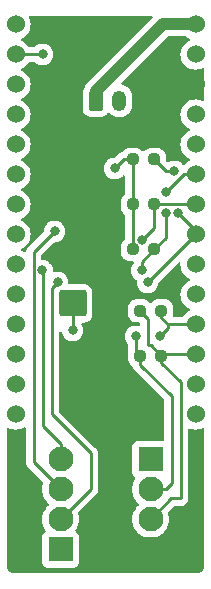
<source format=gtl>
%TF.GenerationSoftware,KiCad,Pcbnew,(6.0.7)*%
%TF.CreationDate,2022-08-02T21:03:16-07:00*%
%TF.ProjectId,Bike Flamingo for Itsy Bitsy 5V 16MHz_ USB Power Rev 1,42696b65-2046-46c6-916d-696e676f2066,rev?*%
%TF.SameCoordinates,Original*%
%TF.FileFunction,Copper,L1,Top*%
%TF.FilePolarity,Positive*%
%FSLAX46Y46*%
G04 Gerber Fmt 4.6, Leading zero omitted, Abs format (unit mm)*
G04 Created by KiCad (PCBNEW (6.0.7)) date 2022-08-02 21:03:16*
%MOMM*%
%LPD*%
G01*
G04 APERTURE LIST*
G04 Aperture macros list*
%AMRoundRect*
0 Rectangle with rounded corners*
0 $1 Rounding radius*
0 $2 $3 $4 $5 $6 $7 $8 $9 X,Y pos of 4 corners*
0 Add a 4 corners polygon primitive as box body*
4,1,4,$2,$3,$4,$5,$6,$7,$8,$9,$2,$3,0*
0 Add four circle primitives for the rounded corners*
1,1,$1+$1,$2,$3*
1,1,$1+$1,$4,$5*
1,1,$1+$1,$6,$7*
1,1,$1+$1,$8,$9*
0 Add four rect primitives between the rounded corners*
20,1,$1+$1,$2,$3,$4,$5,0*
20,1,$1+$1,$4,$5,$6,$7,0*
20,1,$1+$1,$6,$7,$8,$9,0*
20,1,$1+$1,$8,$9,$2,$3,0*%
G04 Aperture macros list end*
%TA.AperFunction,ComponentPad*%
%ADD10C,1.524000*%
%TD*%
%TA.AperFunction,ComponentPad*%
%ADD11R,2.100000X2.100000*%
%TD*%
%TA.AperFunction,ComponentPad*%
%ADD12C,2.100000*%
%TD*%
%TA.AperFunction,SMDPad,CuDef*%
%ADD13RoundRect,0.250000X0.925000X-0.875000X0.925000X0.875000X-0.925000X0.875000X-0.925000X-0.875000X0*%
%TD*%
%TA.AperFunction,SMDPad,CuDef*%
%ADD14RoundRect,0.237500X-0.250000X-0.237500X0.250000X-0.237500X0.250000X0.237500X-0.250000X0.237500X0*%
%TD*%
%TA.AperFunction,SMDPad,CuDef*%
%ADD15RoundRect,0.237500X0.250000X0.237500X-0.250000X0.237500X-0.250000X-0.237500X0.250000X-0.237500X0*%
%TD*%
%TA.AperFunction,ComponentPad*%
%ADD16RoundRect,0.250000X-0.350000X-0.625000X0.350000X-0.625000X0.350000X0.625000X-0.350000X0.625000X0*%
%TD*%
%TA.AperFunction,ComponentPad*%
%ADD17O,1.200000X1.750000*%
%TD*%
%TA.AperFunction,ViaPad*%
%ADD18C,0.800000*%
%TD*%
%TA.AperFunction,Conductor*%
%ADD19C,0.250000*%
%TD*%
%TA.AperFunction,Conductor*%
%ADD20C,1.000000*%
%TD*%
G04 APERTURE END LIST*
D10*
%TO.P,U1,33,VBAT*%
%TO.N,Net-(J1-Pad1)*%
X133350000Y-85090000D03*
%TO.P,U1,32,GND*%
%TO.N,GND*%
X133350000Y-87630000D03*
%TO.P,U1,31,USB*%
%TO.N,VBUS*%
X133350000Y-90170000D03*
%TO.P,U1,30,D13*%
%TO.N,unconnected-(U1-Pad30)*%
X133350000Y-92710000D03*
%TO.P,U1,29,D12*%
%TO.N,unconnected-(U1-Pad29)*%
X133350000Y-95250000D03*
%TO.P,U1,28,D11*%
%TO.N,/BUTT_C*%
X133350000Y-97790000D03*
%TO.P,U1,27,D10*%
%TO.N,/BUTT_B*%
X133350000Y-100330000D03*
%TO.P,U1,26,D9*%
%TO.N,/BUTT_A*%
X133350000Y-102870000D03*
%TO.P,U1,25,D7*%
%TO.N,unconnected-(U1-Pad25)*%
X133350000Y-105410000D03*
%TO.P,U1,24,D5*%
%TO.N,unconnected-(U1-Pad24)*%
X133350000Y-107950000D03*
%TO.P,U1,23,3-SCL*%
%TO.N,/SCL*%
X133350000Y-110490000D03*
%TO.P,U1,22,2-SDA*%
%TO.N,/SDA*%
X133350000Y-113030000D03*
%TO.P,U1,21,D1*%
%TO.N,unconnected-(U1-Pad21)*%
X133350000Y-115570000D03*
%TO.P,U1,20,D0*%
%TO.N,unconnected-(U1-Pad20)*%
X133350000Y-118110000D03*
%TO.P,U1,14,3V*%
%TO.N,unconnected-(U1-Pad14)*%
X118110000Y-118110000D03*
%TO.P,U1,13,MISO*%
%TO.N,unconnected-(U1-Pad13)*%
X118110000Y-115570000D03*
%TO.P,U1,12,MOSI*%
%TO.N,unconnected-(U1-Pad12)*%
X118110000Y-113030000D03*
%TO.P,U1,11,SCK*%
%TO.N,unconnected-(U1-Pad11)*%
X118110000Y-110490000D03*
%TO.P,U1,10,A5*%
%TO.N,unconnected-(U1-Pad10)*%
X118110000Y-107950000D03*
%TO.P,U1,9,A4*%
%TO.N,unconnected-(U1-Pad9)*%
X118110000Y-105410000D03*
%TO.P,U1,8,A3*%
%TO.N,unconnected-(U1-Pad8)*%
X118110000Y-102870000D03*
%TO.P,U1,7,A2*%
%TO.N,unconnected-(U1-Pad7)*%
X118110000Y-100330000D03*
%TO.P,U1,6,A1*%
%TO.N,unconnected-(U1-Pad6)*%
X118110000Y-97790000D03*
%TO.P,U1,5,A0*%
%TO.N,unconnected-(U1-Pad5)*%
X118110000Y-95250000D03*
%TO.P,U1,4,GND*%
%TO.N,GND*%
X118110000Y-92710000D03*
%TO.P,U1,3,ARF*%
%TO.N,unconnected-(U1-Pad3)*%
X118110000Y-90170000D03*
%TO.P,U1,2,5V*%
%TO.N,+5V*%
X118110000Y-87630000D03*
%TO.P,U1,1,RST*%
%TO.N,unconnected-(U1-Pad1)*%
X118110000Y-85090000D03*
%TD*%
D11*
%TO.P,J3,1,Pin_1*%
%TO.N,GND*%
X129540000Y-121915000D03*
D12*
%TO.P,J3,2,Pin_2*%
%TO.N,/SCL*%
X129540000Y-124455000D03*
%TO.P,J3,3,Pin_3*%
%TO.N,/SDA*%
X129540000Y-126995000D03*
%TO.P,J3,4,Pin_4*%
%TO.N,VBUS*%
X129540000Y-129535000D03*
%TD*%
D13*
%TO.P,C1,1*%
%TO.N,VBUS*%
X122936000Y-113792000D03*
%TO.P,C1,2*%
%TO.N,GND*%
X122936000Y-108692000D03*
%TD*%
D14*
%TO.P,R2,1*%
%TO.N,+5V*%
X128025500Y-100330000D03*
%TO.P,R2,2*%
%TO.N,/BUTT_B*%
X129850500Y-100330000D03*
%TD*%
D11*
%TO.P,J2,1,Pin_1*%
%TO.N,GND*%
X121920000Y-129540000D03*
D12*
%TO.P,J2,2,Pin_2*%
%TO.N,/BUTT_A*%
X121920000Y-127000000D03*
%TO.P,J2,3,Pin_3*%
%TO.N,/BUTT_B*%
X121920000Y-124460000D03*
%TO.P,J2,4,Pin_4*%
%TO.N,/BUTT_C*%
X121920000Y-121920000D03*
%TD*%
D14*
%TO.P,R3,1*%
%TO.N,+5V*%
X128025500Y-104140000D03*
%TO.P,R3,2*%
%TO.N,/BUTT_C*%
X129850500Y-104140000D03*
%TD*%
%TO.P,R1,1*%
%TO.N,+5V*%
X128025500Y-96520000D03*
%TO.P,R1,2*%
%TO.N,/BUTT_A*%
X129850500Y-96520000D03*
%TD*%
D15*
%TO.P,R4,1*%
%TO.N,/SDA*%
X130452500Y-113136000D03*
%TO.P,R4,2*%
%TO.N,/SCL*%
X128627500Y-113136000D03*
%TD*%
%TO.P,R5,1*%
%TO.N,/SCL*%
X130452500Y-109326000D03*
%TO.P,R5,2*%
%TO.N,/SDA*%
X128627500Y-109326000D03*
%TD*%
D16*
%TO.P,J1,1,Pin_1*%
%TO.N,Net-(J1-Pad1)*%
X124906000Y-91546000D03*
D17*
%TO.P,J1,2,Pin_2*%
%TO.N,GND*%
X126906000Y-91546000D03*
%TD*%
D18*
%TO.N,/BUTT_A*%
X131567701Y-97531701D03*
X131826000Y-101092000D03*
X129286000Y-106934000D03*
X121666000Y-106934000D03*
%TO.N,GND*%
X122936000Y-110998000D03*
%TO.N,+5V*%
X120396000Y-87630000D03*
X126492000Y-97282000D03*
%TO.N,/BUTT_B*%
X121412000Y-102616000D03*
X128854538Y-103298111D03*
%TO.N,/BUTT_C*%
X120358500Y-105918000D03*
X128778000Y-105918000D03*
X130810000Y-99314000D03*
X130810000Y-101092000D03*
%TO.N,/SCL*%
X128270000Y-111506000D03*
X130302000Y-111506000D03*
%TD*%
D19*
%TO.N,/BUTT_A*%
X133350000Y-102616000D02*
X131826000Y-101092000D01*
X133350000Y-102870000D02*
X133350000Y-102616000D01*
X129286000Y-106934000D02*
X133350000Y-102870000D01*
%TO.N,/SDA*%
X133350000Y-113030000D02*
X130558500Y-113030000D01*
X130558500Y-113030000D02*
X130452500Y-113136000D01*
X129584500Y-112268000D02*
X130452500Y-113136000D01*
X129286000Y-112268000D02*
X129584500Y-112268000D01*
X129286000Y-109984500D02*
X129286000Y-112268000D01*
X128627500Y-109326000D02*
X129286000Y-109984500D01*
%TO.N,/SCL*%
X128270000Y-112778500D02*
X128627500Y-113136000D01*
X128270000Y-111506000D02*
X128270000Y-112778500D01*
%TO.N,/SDA*%
X132080000Y-125222000D02*
X131313000Y-125222000D01*
X132080000Y-115365500D02*
X132080000Y-125222000D01*
X131313000Y-125222000D02*
X129540000Y-126995000D01*
X130452500Y-113738000D02*
X132080000Y-115365500D01*
X130452500Y-113136000D02*
X130452500Y-113738000D01*
%TO.N,/SCL*%
X128627500Y-113136000D02*
X128514500Y-113136000D01*
X128627500Y-113895500D02*
X128627500Y-113136000D01*
X131318000Y-116586000D02*
X128627500Y-113895500D01*
X128514500Y-113136000D02*
X128270000Y-112891500D01*
X131318000Y-123952000D02*
X131318000Y-116586000D01*
X130815000Y-124455000D02*
X131318000Y-123952000D01*
X129540000Y-124455000D02*
X130815000Y-124455000D01*
X130452500Y-109928000D02*
X130452500Y-109326000D01*
X131014500Y-110490000D02*
X130452500Y-109928000D01*
%TO.N,/BUTT_A*%
X121158000Y-107442000D02*
X121666000Y-106934000D01*
%TO.N,/BUTT_C*%
X128778000Y-105918000D02*
X128778000Y-105212500D01*
X128778000Y-105212500D02*
X129850500Y-104140000D01*
%TO.N,/BUTT_B*%
X128854538Y-103298111D02*
X129850500Y-102302149D01*
X129850500Y-102302149D02*
X129850500Y-100330000D01*
%TO.N,/BUTT_C*%
X130810000Y-101092000D02*
X130810000Y-103180500D01*
X130810000Y-103180500D02*
X129850500Y-104140000D01*
D20*
%TO.N,Net-(J1-Pad1)*%
X130556000Y-85090000D02*
X133350000Y-85090000D01*
X124906000Y-90740000D02*
X130556000Y-85090000D01*
X124906000Y-91546000D02*
X124906000Y-90740000D01*
D19*
%TO.N,+5V*%
X127254000Y-96520000D02*
X128025500Y-96520000D01*
X126492000Y-97282000D02*
X127254000Y-96520000D01*
%TO.N,/BUTT_A*%
X130862201Y-97531701D02*
X129850500Y-96520000D01*
X131567701Y-97531701D02*
X130862201Y-97531701D01*
%TO.N,/BUTT_C*%
X130810000Y-99314000D02*
X132334000Y-97790000D01*
X132334000Y-97790000D02*
X133350000Y-97790000D01*
%TO.N,/BUTT_A*%
X124460000Y-124460000D02*
X121920000Y-127000000D01*
X124460000Y-121412000D02*
X124460000Y-124460000D01*
X121158000Y-107442000D02*
X121158000Y-118110000D01*
X121158000Y-118110000D02*
X124460000Y-121412000D01*
%TO.N,GND*%
X122936000Y-108692000D02*
X122936000Y-110998000D01*
%TO.N,+5V*%
X120396000Y-87630000D02*
X118110000Y-87630000D01*
%TO.N,/BUTT_C*%
X120358500Y-105918000D02*
X120396000Y-105955500D01*
X120396000Y-105955500D02*
X120396000Y-119126000D01*
X120396000Y-119126000D02*
X121920000Y-120650000D01*
X121920000Y-120650000D02*
X121920000Y-121920000D01*
%TO.N,/BUTT_B*%
X119634000Y-122174000D02*
X121920000Y-124460000D01*
X121412000Y-102616000D02*
X119634000Y-104394000D01*
X119634000Y-104394000D02*
X119634000Y-122174000D01*
%TO.N,/SCL*%
X131014500Y-110793500D02*
X130302000Y-111506000D01*
X131014500Y-110490000D02*
X131014500Y-110793500D01*
X133350000Y-110490000D02*
X131014500Y-110490000D01*
%TO.N,+5V*%
X128025500Y-100330000D02*
X128025500Y-104140000D01*
X128025500Y-96520000D02*
X128025500Y-100330000D01*
%TO.N,/BUTT_B*%
X133350000Y-100330000D02*
X129850500Y-100330000D01*
%TD*%
%TA.AperFunction,Conductor*%
%TO.N,VBUS*%
G36*
X129655197Y-84348502D02*
G01*
X129701690Y-84402158D01*
X129711794Y-84472432D01*
X129682300Y-84537012D01*
X129676171Y-84543595D01*
X124236621Y-89983145D01*
X124226478Y-89992247D01*
X124196975Y-90015968D01*
X124164709Y-90054421D01*
X124161528Y-90058069D01*
X124159885Y-90059881D01*
X124157691Y-90062075D01*
X124130358Y-90095349D01*
X124129696Y-90096147D01*
X124069846Y-90167474D01*
X124067278Y-90172144D01*
X124063897Y-90176261D01*
X124032860Y-90234145D01*
X124020023Y-90258086D01*
X124019394Y-90259245D01*
X123977538Y-90335381D01*
X123977535Y-90335389D01*
X123974567Y-90340787D01*
X123972955Y-90345869D01*
X123970438Y-90350563D01*
X123968635Y-90356461D01*
X123968634Y-90356463D01*
X123943292Y-90439353D01*
X123942900Y-90440612D01*
X123928339Y-90486515D01*
X123915497Y-90514532D01*
X123863885Y-90598262D01*
X123808203Y-90766139D01*
X123797500Y-90870600D01*
X123797500Y-92221400D01*
X123808474Y-92327166D01*
X123810655Y-92333702D01*
X123810655Y-92333704D01*
X123841135Y-92425064D01*
X123864450Y-92494946D01*
X123957522Y-92645348D01*
X124082697Y-92770305D01*
X124088927Y-92774145D01*
X124088928Y-92774146D01*
X124226090Y-92858694D01*
X124233262Y-92863115D01*
X124258217Y-92871392D01*
X124394611Y-92916632D01*
X124394613Y-92916632D01*
X124401139Y-92918797D01*
X124407975Y-92919497D01*
X124407978Y-92919498D01*
X124446386Y-92923433D01*
X124505600Y-92929500D01*
X125306400Y-92929500D01*
X125309646Y-92929163D01*
X125309650Y-92929163D01*
X125405308Y-92919238D01*
X125405312Y-92919237D01*
X125412166Y-92918526D01*
X125418702Y-92916345D01*
X125418704Y-92916345D01*
X125553443Y-92871392D01*
X125579946Y-92862550D01*
X125730348Y-92769478D01*
X125855305Y-92644303D01*
X125887075Y-92592764D01*
X125939846Y-92545271D01*
X126009918Y-92533847D01*
X126075042Y-92562121D01*
X126093418Y-92581045D01*
X126099604Y-92588920D01*
X126104135Y-92592852D01*
X126104138Y-92592855D01*
X126190058Y-92667412D01*
X126259363Y-92727552D01*
X126264549Y-92730552D01*
X126264553Y-92730555D01*
X126360957Y-92786326D01*
X126442454Y-92833473D01*
X126642271Y-92902861D01*
X126648206Y-92903722D01*
X126648208Y-92903722D01*
X126845664Y-92932352D01*
X126845667Y-92932352D01*
X126851604Y-92933213D01*
X127062899Y-92923433D01*
X127194077Y-92891819D01*
X127262701Y-92875281D01*
X127262703Y-92875280D01*
X127268534Y-92873875D01*
X127273992Y-92871393D01*
X127273996Y-92871392D01*
X127389041Y-92819084D01*
X127461087Y-92786326D01*
X127633611Y-92663946D01*
X127779881Y-92511150D01*
X127894620Y-92333452D01*
X127918840Y-92273354D01*
X127971442Y-92142832D01*
X127971443Y-92142829D01*
X127973686Y-92137263D01*
X128014228Y-91929663D01*
X128014500Y-91924101D01*
X128014500Y-91218154D01*
X127999452Y-91060434D01*
X127939908Y-90857466D01*
X127916587Y-90812185D01*
X127845804Y-90674751D01*
X127845802Y-90674748D01*
X127843058Y-90669420D01*
X127712396Y-90503080D01*
X127707865Y-90499148D01*
X127707862Y-90499145D01*
X127557167Y-90368379D01*
X127552637Y-90364448D01*
X127547451Y-90361448D01*
X127547447Y-90361445D01*
X127374742Y-90261533D01*
X127369546Y-90258527D01*
X127169729Y-90189139D01*
X127163792Y-90188278D01*
X127157970Y-90186859D01*
X127158543Y-90184508D01*
X127103611Y-90159359D01*
X127065284Y-90099597D01*
X127065350Y-90028600D01*
X127097118Y-89975117D01*
X130936829Y-86135405D01*
X130999141Y-86101379D01*
X131025924Y-86098500D01*
X132535510Y-86098500D01*
X132607781Y-86121287D01*
X132712323Y-86194488D01*
X132717305Y-86196811D01*
X132717310Y-86196814D01*
X132822373Y-86245805D01*
X132875658Y-86292722D01*
X132895119Y-86360999D01*
X132874577Y-86428959D01*
X132822373Y-86474195D01*
X132717311Y-86523186D01*
X132717306Y-86523189D01*
X132712324Y-86525512D01*
X132707817Y-86528668D01*
X132707815Y-86528669D01*
X132534730Y-86649864D01*
X132534727Y-86649866D01*
X132530219Y-86653023D01*
X132373023Y-86810219D01*
X132369866Y-86814727D01*
X132369864Y-86814730D01*
X132274353Y-86951134D01*
X132245512Y-86992324D01*
X132243189Y-86997306D01*
X132243186Y-86997311D01*
X132195873Y-87098774D01*
X132151560Y-87193804D01*
X132094022Y-87408537D01*
X132074647Y-87630000D01*
X132094022Y-87851463D01*
X132151560Y-88066196D01*
X132153882Y-88071177D01*
X132153883Y-88071178D01*
X132243186Y-88262689D01*
X132243189Y-88262694D01*
X132245512Y-88267676D01*
X132248668Y-88272183D01*
X132248669Y-88272185D01*
X132277070Y-88312745D01*
X132373023Y-88449781D01*
X132530219Y-88606977D01*
X132534727Y-88610134D01*
X132534730Y-88610136D01*
X132588500Y-88647786D01*
X132712323Y-88734488D01*
X132717305Y-88736811D01*
X132717310Y-88736814D01*
X132908822Y-88826117D01*
X132913804Y-88828440D01*
X132919112Y-88829862D01*
X132919114Y-88829863D01*
X132984949Y-88847503D01*
X133128537Y-88885978D01*
X133350000Y-88905353D01*
X133571463Y-88885978D01*
X133715051Y-88847503D01*
X133780886Y-88829863D01*
X133780888Y-88829862D01*
X133786196Y-88828440D01*
X133932250Y-88760334D01*
X134002442Y-88749673D01*
X134067254Y-88778653D01*
X134106111Y-88838073D01*
X134111500Y-88874529D01*
X134111500Y-91465471D01*
X134091498Y-91533592D01*
X134037842Y-91580085D01*
X133967568Y-91590189D01*
X133932250Y-91579666D01*
X133791178Y-91513883D01*
X133791177Y-91513882D01*
X133786196Y-91511560D01*
X133780888Y-91510138D01*
X133780886Y-91510137D01*
X133715051Y-91492497D01*
X133571463Y-91454022D01*
X133350000Y-91434647D01*
X133128537Y-91454022D01*
X132984949Y-91492497D01*
X132919114Y-91510137D01*
X132919112Y-91510138D01*
X132913804Y-91511560D01*
X132908823Y-91513882D01*
X132908822Y-91513883D01*
X132717311Y-91603186D01*
X132717306Y-91603189D01*
X132712324Y-91605512D01*
X132707817Y-91608668D01*
X132707815Y-91608669D01*
X132534730Y-91729864D01*
X132534727Y-91729866D01*
X132530219Y-91733023D01*
X132373023Y-91890219D01*
X132369866Y-91894727D01*
X132369864Y-91894730D01*
X132248669Y-92067815D01*
X132245512Y-92072324D01*
X132243189Y-92077306D01*
X132243186Y-92077311D01*
X132215230Y-92137263D01*
X132151560Y-92273804D01*
X132094022Y-92488537D01*
X132074647Y-92710000D01*
X132094022Y-92931463D01*
X132151560Y-93146196D01*
X132153882Y-93151177D01*
X132153883Y-93151178D01*
X132243186Y-93342689D01*
X132243189Y-93342694D01*
X132245512Y-93347676D01*
X132373023Y-93529781D01*
X132530219Y-93686977D01*
X132534727Y-93690134D01*
X132534730Y-93690136D01*
X132588500Y-93727786D01*
X132712323Y-93814488D01*
X132717305Y-93816811D01*
X132717310Y-93816814D01*
X132822373Y-93865805D01*
X132875658Y-93912722D01*
X132895119Y-93980999D01*
X132874577Y-94048959D01*
X132822373Y-94094195D01*
X132717311Y-94143186D01*
X132717306Y-94143189D01*
X132712324Y-94145512D01*
X132707817Y-94148668D01*
X132707815Y-94148669D01*
X132534730Y-94269864D01*
X132534727Y-94269866D01*
X132530219Y-94273023D01*
X132373023Y-94430219D01*
X132245512Y-94612324D01*
X132243189Y-94617306D01*
X132243186Y-94617311D01*
X132153883Y-94808822D01*
X132151560Y-94813804D01*
X132094022Y-95028537D01*
X132074647Y-95250000D01*
X132094022Y-95471463D01*
X132151560Y-95686196D01*
X132153882Y-95691177D01*
X132153883Y-95691178D01*
X132243186Y-95882689D01*
X132243189Y-95882694D01*
X132245512Y-95887676D01*
X132248668Y-95892183D01*
X132248669Y-95892185D01*
X132366620Y-96060636D01*
X132373023Y-96069781D01*
X132530219Y-96226977D01*
X132534727Y-96230134D01*
X132534730Y-96230136D01*
X132543382Y-96236194D01*
X132712323Y-96354488D01*
X132717305Y-96356811D01*
X132717310Y-96356814D01*
X132822373Y-96405805D01*
X132875658Y-96452722D01*
X132895119Y-96520999D01*
X132874577Y-96588959D01*
X132822373Y-96634195D01*
X132717311Y-96683186D01*
X132717306Y-96683189D01*
X132712324Y-96685512D01*
X132707817Y-96688668D01*
X132707815Y-96688669D01*
X132534730Y-96809864D01*
X132534727Y-96809866D01*
X132530219Y-96813023D01*
X132420406Y-96922836D01*
X132358094Y-96956862D01*
X132287279Y-96951797D01*
X132237677Y-96918053D01*
X132178954Y-96852835D01*
X132024453Y-96740583D01*
X132018425Y-96737899D01*
X132018423Y-96737898D01*
X131856020Y-96665592D01*
X131856019Y-96665592D01*
X131849989Y-96662907D01*
X131756588Y-96643054D01*
X131669645Y-96624573D01*
X131669640Y-96624573D01*
X131663188Y-96623201D01*
X131472214Y-96623201D01*
X131465762Y-96624573D01*
X131465757Y-96624573D01*
X131378813Y-96643054D01*
X131285413Y-96662907D01*
X131279383Y-96665592D01*
X131279382Y-96665592D01*
X131116980Y-96737898D01*
X131110949Y-96740583D01*
X131105611Y-96744462D01*
X131103916Y-96745440D01*
X131034921Y-96762178D01*
X130967829Y-96738958D01*
X130951821Y-96725416D01*
X130883405Y-96657000D01*
X130849379Y-96594688D01*
X130846500Y-96567905D01*
X130846500Y-96232928D01*
X130835707Y-96128907D01*
X130780654Y-95963893D01*
X130689116Y-95815969D01*
X130674062Y-95800941D01*
X130571184Y-95698242D01*
X130571179Y-95698238D01*
X130566003Y-95693071D01*
X130554850Y-95686196D01*
X130424150Y-95605631D01*
X130424148Y-95605630D01*
X130417920Y-95601791D01*
X130252809Y-95547026D01*
X130245973Y-95546326D01*
X130245970Y-95546325D01*
X130194474Y-95541049D01*
X130150072Y-95536500D01*
X129550928Y-95536500D01*
X129547682Y-95536837D01*
X129547678Y-95536837D01*
X129453765Y-95546581D01*
X129453761Y-95546582D01*
X129446907Y-95547293D01*
X129440371Y-95549474D01*
X129440369Y-95549474D01*
X129307605Y-95593768D01*
X129281893Y-95602346D01*
X129133969Y-95693884D01*
X129128796Y-95699066D01*
X129027253Y-95800786D01*
X128964970Y-95834865D01*
X128894150Y-95829862D01*
X128849063Y-95800941D01*
X128746188Y-95698246D01*
X128746183Y-95698242D01*
X128741003Y-95693071D01*
X128729850Y-95686196D01*
X128599150Y-95605631D01*
X128599148Y-95605630D01*
X128592920Y-95601791D01*
X128427809Y-95547026D01*
X128420973Y-95546326D01*
X128420970Y-95546325D01*
X128369474Y-95541049D01*
X128325072Y-95536500D01*
X127725928Y-95536500D01*
X127722682Y-95536837D01*
X127722678Y-95536837D01*
X127628765Y-95546581D01*
X127628761Y-95546582D01*
X127621907Y-95547293D01*
X127615371Y-95549474D01*
X127615369Y-95549474D01*
X127482605Y-95593768D01*
X127456893Y-95602346D01*
X127308969Y-95693884D01*
X127303796Y-95699066D01*
X127191242Y-95811816D01*
X127191238Y-95811821D01*
X127186071Y-95816997D01*
X127182231Y-95823227D01*
X127182230Y-95823228D01*
X127167183Y-95847639D01*
X127114411Y-95895132D01*
X127097733Y-95901206D01*
X127095203Y-95901526D01*
X127087833Y-95904444D01*
X127087829Y-95904445D01*
X127054092Y-95917802D01*
X127042865Y-95921646D01*
X127000407Y-95933982D01*
X126993581Y-95938019D01*
X126982972Y-95944293D01*
X126965224Y-95952988D01*
X126946383Y-95960448D01*
X126939967Y-95965110D01*
X126939966Y-95965110D01*
X126910613Y-95986436D01*
X126900693Y-95992952D01*
X126869465Y-96011420D01*
X126869462Y-96011422D01*
X126862638Y-96015458D01*
X126848317Y-96029779D01*
X126833284Y-96042619D01*
X126816893Y-96054528D01*
X126811840Y-96060636D01*
X126788708Y-96088598D01*
X126780718Y-96097378D01*
X126541501Y-96336595D01*
X126479189Y-96370621D01*
X126452406Y-96373500D01*
X126396513Y-96373500D01*
X126390061Y-96374872D01*
X126390056Y-96374872D01*
X126303112Y-96393353D01*
X126209712Y-96413206D01*
X126203682Y-96415891D01*
X126203681Y-96415891D01*
X126041278Y-96488197D01*
X126041276Y-96488198D01*
X126035248Y-96490882D01*
X125880747Y-96603134D01*
X125876326Y-96608044D01*
X125876325Y-96608045D01*
X125758451Y-96738958D01*
X125752960Y-96745056D01*
X125657473Y-96910444D01*
X125598458Y-97092072D01*
X125578496Y-97282000D01*
X125598458Y-97471928D01*
X125657473Y-97653556D01*
X125752960Y-97818944D01*
X125757378Y-97823851D01*
X125757379Y-97823852D01*
X125860806Y-97938719D01*
X125880747Y-97960866D01*
X125945394Y-98007835D01*
X126021080Y-98062824D01*
X126035248Y-98073118D01*
X126041276Y-98075802D01*
X126041278Y-98075803D01*
X126196433Y-98144882D01*
X126209712Y-98150794D01*
X126299697Y-98169921D01*
X126390056Y-98189128D01*
X126390061Y-98189128D01*
X126396513Y-98190500D01*
X126587487Y-98190500D01*
X126593939Y-98189128D01*
X126593944Y-98189128D01*
X126684303Y-98169921D01*
X126774288Y-98150794D01*
X126787567Y-98144882D01*
X126942722Y-98075803D01*
X126942724Y-98075802D01*
X126948752Y-98073118D01*
X126962921Y-98062824D01*
X127038606Y-98007835D01*
X127103253Y-97960866D01*
X127172365Y-97884110D01*
X127232809Y-97846870D01*
X127303793Y-97848222D01*
X127362778Y-97887735D01*
X127391036Y-97952866D01*
X127392000Y-97968420D01*
X127392000Y-99382301D01*
X127371998Y-99450422D01*
X127332302Y-99489445D01*
X127308969Y-99503884D01*
X127303796Y-99509066D01*
X127191242Y-99621816D01*
X127191238Y-99621821D01*
X127186071Y-99626997D01*
X127182231Y-99633227D01*
X127182230Y-99633228D01*
X127142729Y-99697311D01*
X127094791Y-99775080D01*
X127040026Y-99940191D01*
X127029500Y-100042928D01*
X127029500Y-100617072D01*
X127040293Y-100721093D01*
X127042474Y-100727629D01*
X127042474Y-100727631D01*
X127057003Y-100771178D01*
X127095346Y-100886107D01*
X127186884Y-101034031D01*
X127309997Y-101156929D01*
X127316224Y-101160767D01*
X127316226Y-101160769D01*
X127332116Y-101170564D01*
X127379609Y-101223336D01*
X127392000Y-101277824D01*
X127392000Y-103192301D01*
X127371998Y-103260422D01*
X127332302Y-103299445D01*
X127308969Y-103313884D01*
X127303796Y-103319066D01*
X127191242Y-103431816D01*
X127191238Y-103431821D01*
X127186071Y-103436997D01*
X127182231Y-103443227D01*
X127182230Y-103443228D01*
X127109385Y-103561405D01*
X127094791Y-103585080D01*
X127040026Y-103750191D01*
X127029500Y-103852928D01*
X127029500Y-104427072D01*
X127029837Y-104430318D01*
X127029837Y-104430322D01*
X127035341Y-104483363D01*
X127040293Y-104531093D01*
X127042474Y-104537629D01*
X127042474Y-104537631D01*
X127076785Y-104640473D01*
X127095346Y-104696107D01*
X127186884Y-104844031D01*
X127192066Y-104849204D01*
X127304816Y-104961758D01*
X127304821Y-104961762D01*
X127309997Y-104966929D01*
X127316227Y-104970769D01*
X127316228Y-104970770D01*
X127441249Y-105047834D01*
X127458080Y-105058209D01*
X127623191Y-105112974D01*
X127630027Y-105113674D01*
X127630030Y-105113675D01*
X127681526Y-105118951D01*
X127725928Y-105123500D01*
X127987865Y-105123500D01*
X128055986Y-105143502D01*
X128102479Y-105197158D01*
X128112583Y-105267432D01*
X128081503Y-105333808D01*
X128038960Y-105381056D01*
X127943473Y-105546444D01*
X127884458Y-105728072D01*
X127864496Y-105918000D01*
X127865186Y-105924565D01*
X127879824Y-106063834D01*
X127884458Y-106107928D01*
X127943473Y-106289556D01*
X128038960Y-106454944D01*
X128043378Y-106459851D01*
X128043379Y-106459852D01*
X128141412Y-106568729D01*
X128166747Y-106596866D01*
X128188571Y-106612722D01*
X128315903Y-106705235D01*
X128315906Y-106705236D01*
X128321248Y-106709118D01*
X128322426Y-106709643D01*
X128370058Y-106759599D01*
X128383374Y-106830504D01*
X128372496Y-106934000D01*
X128373186Y-106940565D01*
X128386633Y-107068502D01*
X128392458Y-107123928D01*
X128451473Y-107305556D01*
X128454776Y-107311278D01*
X128454777Y-107311279D01*
X128458260Y-107317311D01*
X128546960Y-107470944D01*
X128674747Y-107612866D01*
X128829248Y-107725118D01*
X128835276Y-107727802D01*
X128835278Y-107727803D01*
X128929754Y-107769866D01*
X129003712Y-107802794D01*
X129097113Y-107822647D01*
X129184056Y-107841128D01*
X129184061Y-107841128D01*
X129190513Y-107842500D01*
X129381487Y-107842500D01*
X129387939Y-107841128D01*
X129387944Y-107841128D01*
X129474887Y-107822647D01*
X129568288Y-107802794D01*
X129642246Y-107769866D01*
X129736722Y-107727803D01*
X129736724Y-107727802D01*
X129742752Y-107725118D01*
X129897253Y-107612866D01*
X130025040Y-107470944D01*
X130113740Y-107317311D01*
X130117223Y-107311279D01*
X130117224Y-107311278D01*
X130120527Y-107305556D01*
X130179542Y-107123928D01*
X130185368Y-107068502D01*
X130194993Y-106976920D01*
X130196907Y-106958706D01*
X130223920Y-106893050D01*
X130233122Y-106882782D01*
X131865213Y-105250691D01*
X131927525Y-105216665D01*
X131998340Y-105221730D01*
X132055176Y-105264277D01*
X132079987Y-105330797D01*
X132079829Y-105350767D01*
X132074647Y-105410000D01*
X132094022Y-105631463D01*
X132151560Y-105846196D01*
X132153882Y-105851177D01*
X132153883Y-105851178D01*
X132243186Y-106042689D01*
X132243189Y-106042694D01*
X132245512Y-106047676D01*
X132248668Y-106052183D01*
X132248669Y-106052185D01*
X132310296Y-106140197D01*
X132373023Y-106229781D01*
X132530219Y-106386977D01*
X132534727Y-106390134D01*
X132534730Y-106390136D01*
X132544613Y-106397056D01*
X132712323Y-106514488D01*
X132717305Y-106516811D01*
X132717310Y-106516814D01*
X132822373Y-106565805D01*
X132875658Y-106612722D01*
X132895119Y-106680999D01*
X132874577Y-106748959D01*
X132822373Y-106794195D01*
X132717311Y-106843186D01*
X132717306Y-106843189D01*
X132712324Y-106845512D01*
X132707817Y-106848668D01*
X132707815Y-106848669D01*
X132534730Y-106969864D01*
X132534727Y-106969866D01*
X132530219Y-106973023D01*
X132373023Y-107130219D01*
X132369866Y-107134727D01*
X132369864Y-107134730D01*
X132308151Y-107222866D01*
X132245512Y-107312324D01*
X132243189Y-107317306D01*
X132243186Y-107317311D01*
X132174212Y-107465226D01*
X132151560Y-107513804D01*
X132094022Y-107728537D01*
X132074647Y-107950000D01*
X132094022Y-108171463D01*
X132095446Y-108176776D01*
X132142744Y-108353293D01*
X132151560Y-108386196D01*
X132153882Y-108391177D01*
X132153883Y-108391178D01*
X132243186Y-108582689D01*
X132243189Y-108582694D01*
X132245512Y-108587676D01*
X132373023Y-108769781D01*
X132530219Y-108926977D01*
X132534727Y-108930134D01*
X132534730Y-108930136D01*
X132551338Y-108941765D01*
X132712323Y-109054488D01*
X132717305Y-109056811D01*
X132717310Y-109056814D01*
X132822373Y-109105805D01*
X132875658Y-109152722D01*
X132895119Y-109220999D01*
X132874577Y-109288959D01*
X132822373Y-109334195D01*
X132717311Y-109383186D01*
X132717306Y-109383189D01*
X132712324Y-109385512D01*
X132707817Y-109388668D01*
X132707815Y-109388669D01*
X132534730Y-109509864D01*
X132534727Y-109509866D01*
X132530219Y-109513023D01*
X132373023Y-109670219D01*
X132369866Y-109674727D01*
X132369864Y-109674730D01*
X132280209Y-109802771D01*
X132224752Y-109847099D01*
X132176996Y-109856500D01*
X131562922Y-109856500D01*
X131494801Y-109836498D01*
X131448308Y-109782842D01*
X131438680Y-109715881D01*
X131437974Y-109715809D01*
X131438264Y-109712982D01*
X131438264Y-109712981D01*
X131448500Y-109613072D01*
X131448500Y-109038928D01*
X131443797Y-108993602D01*
X131438419Y-108941765D01*
X131438418Y-108941761D01*
X131437707Y-108934907D01*
X131435062Y-108926977D01*
X131384972Y-108776841D01*
X131382654Y-108769893D01*
X131291116Y-108621969D01*
X131276062Y-108606941D01*
X131173184Y-108504242D01*
X131173179Y-108504238D01*
X131168003Y-108499071D01*
X131019920Y-108407791D01*
X130854809Y-108353026D01*
X130847973Y-108352326D01*
X130847970Y-108352325D01*
X130796474Y-108347049D01*
X130752072Y-108342500D01*
X130152928Y-108342500D01*
X130149682Y-108342837D01*
X130149678Y-108342837D01*
X130055765Y-108352581D01*
X130055761Y-108352582D01*
X130048907Y-108353293D01*
X130042371Y-108355474D01*
X130042369Y-108355474D01*
X129935352Y-108391178D01*
X129883893Y-108408346D01*
X129735969Y-108499884D01*
X129730796Y-108505066D01*
X129629253Y-108606786D01*
X129566970Y-108640865D01*
X129496150Y-108635862D01*
X129451063Y-108606941D01*
X129348188Y-108504246D01*
X129348183Y-108504242D01*
X129343003Y-108499071D01*
X129194920Y-108407791D01*
X129029809Y-108353026D01*
X129022973Y-108352326D01*
X129022970Y-108352325D01*
X128971474Y-108347049D01*
X128927072Y-108342500D01*
X128327928Y-108342500D01*
X128324682Y-108342837D01*
X128324678Y-108342837D01*
X128230765Y-108352581D01*
X128230761Y-108352582D01*
X128223907Y-108353293D01*
X128217371Y-108355474D01*
X128217369Y-108355474D01*
X128110352Y-108391178D01*
X128058893Y-108408346D01*
X127910969Y-108499884D01*
X127905796Y-108505066D01*
X127793242Y-108617816D01*
X127793238Y-108617821D01*
X127788071Y-108622997D01*
X127784231Y-108629227D01*
X127784230Y-108629228D01*
X127701364Y-108763662D01*
X127696791Y-108771080D01*
X127642026Y-108936191D01*
X127631500Y-109038928D01*
X127631500Y-109613072D01*
X127631837Y-109616318D01*
X127631837Y-109616322D01*
X127637898Y-109674730D01*
X127642293Y-109717093D01*
X127644474Y-109723629D01*
X127644474Y-109723631D01*
X127670877Y-109802771D01*
X127697346Y-109882107D01*
X127788884Y-110030031D01*
X127794066Y-110035204D01*
X127906816Y-110147758D01*
X127906821Y-110147762D01*
X127911997Y-110152929D01*
X128060080Y-110244209D01*
X128225191Y-110298974D01*
X128232027Y-110299674D01*
X128232030Y-110299675D01*
X128283526Y-110304951D01*
X128327928Y-110309500D01*
X128526500Y-110309500D01*
X128594621Y-110329502D01*
X128641114Y-110383158D01*
X128652500Y-110435500D01*
X128652500Y-110502909D01*
X128632498Y-110571030D01*
X128578842Y-110617523D01*
X128508568Y-110627627D01*
X128500303Y-110626156D01*
X128371944Y-110598872D01*
X128371939Y-110598872D01*
X128365487Y-110597500D01*
X128174513Y-110597500D01*
X128168061Y-110598872D01*
X128168056Y-110598872D01*
X128081112Y-110617353D01*
X127987712Y-110637206D01*
X127981682Y-110639891D01*
X127981681Y-110639891D01*
X127819278Y-110712197D01*
X127819276Y-110712198D01*
X127813248Y-110714882D01*
X127658747Y-110827134D01*
X127530960Y-110969056D01*
X127514249Y-110998000D01*
X127439381Y-111127676D01*
X127435473Y-111134444D01*
X127376458Y-111316072D01*
X127356496Y-111506000D01*
X127357186Y-111512565D01*
X127374863Y-111680749D01*
X127376458Y-111695928D01*
X127435473Y-111877556D01*
X127438776Y-111883278D01*
X127438777Y-111883279D01*
X127463160Y-111925512D01*
X127530960Y-112042944D01*
X127604137Y-112124215D01*
X127634853Y-112188221D01*
X127636500Y-112208524D01*
X127636500Y-112699733D01*
X127635973Y-112710916D01*
X127634298Y-112718409D01*
X127634547Y-112726335D01*
X127634547Y-112726336D01*
X127636438Y-112786486D01*
X127636500Y-112790445D01*
X127636500Y-112793687D01*
X127635844Y-112806529D01*
X127631500Y-112848928D01*
X127631500Y-113423072D01*
X127642293Y-113527093D01*
X127697346Y-113692107D01*
X127788884Y-113840031D01*
X127794066Y-113845204D01*
X127906816Y-113957758D01*
X127906821Y-113957762D01*
X127911997Y-113962929D01*
X127918227Y-113966769D01*
X127918228Y-113966770D01*
X127957337Y-113990877D01*
X128004830Y-114043649D01*
X128008748Y-114054408D01*
X128009026Y-114054298D01*
X128025304Y-114095412D01*
X128029149Y-114106642D01*
X128041482Y-114149093D01*
X128045515Y-114155912D01*
X128045517Y-114155917D01*
X128051793Y-114166528D01*
X128060488Y-114184276D01*
X128067948Y-114203117D01*
X128072610Y-114209533D01*
X128072610Y-114209534D01*
X128093936Y-114238887D01*
X128100452Y-114248807D01*
X128122958Y-114286862D01*
X128137279Y-114301183D01*
X128150119Y-114316216D01*
X128162028Y-114332607D01*
X128168134Y-114337658D01*
X128196105Y-114360798D01*
X128204884Y-114368788D01*
X130647595Y-116811499D01*
X130681621Y-116873811D01*
X130684500Y-116900594D01*
X130684500Y-120230500D01*
X130664498Y-120298621D01*
X130610842Y-120345114D01*
X130558500Y-120356500D01*
X128441866Y-120356500D01*
X128379684Y-120363255D01*
X128243295Y-120414385D01*
X128126739Y-120501739D01*
X128039385Y-120618295D01*
X127988255Y-120754684D01*
X127981500Y-120816866D01*
X127981500Y-123013134D01*
X127988255Y-123075316D01*
X128039385Y-123211705D01*
X128126739Y-123328261D01*
X128166851Y-123358323D01*
X128223965Y-123401128D01*
X128266479Y-123457988D01*
X128271504Y-123528806D01*
X128255832Y-123567788D01*
X128147073Y-123745268D01*
X128053195Y-123971908D01*
X128033351Y-124054563D01*
X127999013Y-124197595D01*
X127995928Y-124210443D01*
X127976681Y-124455000D01*
X127995928Y-124699557D01*
X127997082Y-124704364D01*
X127997083Y-124704370D01*
X128024260Y-124817568D01*
X128053195Y-124938092D01*
X128147073Y-125164732D01*
X128172392Y-125206049D01*
X128266894Y-125360263D01*
X128275248Y-125373896D01*
X128278463Y-125377660D01*
X128278465Y-125377663D01*
X128339717Y-125449379D01*
X128434567Y-125560433D01*
X128438323Y-125563641D01*
X128515069Y-125629189D01*
X128553878Y-125688640D01*
X128554384Y-125759635D01*
X128515069Y-125820811D01*
X128477381Y-125853000D01*
X128434567Y-125889567D01*
X128275248Y-126076104D01*
X128147073Y-126285268D01*
X128053195Y-126511908D01*
X127995928Y-126750443D01*
X127976681Y-126995000D01*
X127995928Y-127239557D01*
X127997082Y-127244364D01*
X127997083Y-127244370D01*
X128033351Y-127395437D01*
X128053195Y-127478092D01*
X128147073Y-127704732D01*
X128275248Y-127913896D01*
X128278463Y-127917660D01*
X128278465Y-127917663D01*
X128394800Y-128053872D01*
X128434567Y-128100433D01*
X128438323Y-128103641D01*
X128593422Y-128236109D01*
X128621104Y-128259752D01*
X128625327Y-128262340D01*
X128625330Y-128262342D01*
X128694515Y-128304738D01*
X128830268Y-128387927D01*
X128960487Y-128441866D01*
X129052335Y-128479911D01*
X129052337Y-128479912D01*
X129056908Y-128481805D01*
X129139563Y-128501649D01*
X129290630Y-128537917D01*
X129290636Y-128537918D01*
X129295443Y-128539072D01*
X129540000Y-128558319D01*
X129784557Y-128539072D01*
X129789364Y-128537918D01*
X129789370Y-128537917D01*
X129940437Y-128501649D01*
X130023092Y-128481805D01*
X130027663Y-128479912D01*
X130027665Y-128479911D01*
X130119513Y-128441866D01*
X130249732Y-128387927D01*
X130385485Y-128304738D01*
X130454670Y-128262342D01*
X130454673Y-128262340D01*
X130458896Y-128259752D01*
X130486579Y-128236109D01*
X130641677Y-128103641D01*
X130645433Y-128100433D01*
X130685200Y-128053872D01*
X130801535Y-127917663D01*
X130801537Y-127917660D01*
X130804752Y-127913896D01*
X130932927Y-127704732D01*
X131026805Y-127478092D01*
X131046649Y-127395437D01*
X131082917Y-127244370D01*
X131082918Y-127244364D01*
X131084072Y-127239557D01*
X131103319Y-126995000D01*
X131084072Y-126750443D01*
X131026805Y-126511908D01*
X131024909Y-126507330D01*
X131023918Y-126504281D01*
X131021890Y-126433313D01*
X131054656Y-126376248D01*
X131538499Y-125892405D01*
X131600811Y-125858379D01*
X131627594Y-125855500D01*
X132008207Y-125855500D01*
X132031816Y-125857732D01*
X132032119Y-125857790D01*
X132032123Y-125857790D01*
X132039906Y-125859275D01*
X132095951Y-125855749D01*
X132103862Y-125855500D01*
X132119856Y-125855500D01*
X132135730Y-125853494D01*
X132143590Y-125852752D01*
X132171049Y-125851024D01*
X132191737Y-125849723D01*
X132191738Y-125849723D01*
X132199650Y-125849225D01*
X132207191Y-125846775D01*
X132207487Y-125846679D01*
X132230631Y-125841506D01*
X132230935Y-125841468D01*
X132230940Y-125841467D01*
X132238797Y-125840474D01*
X132246162Y-125837558D01*
X132246166Y-125837557D01*
X132291011Y-125819801D01*
X132298430Y-125817129D01*
X132351875Y-125799764D01*
X132358572Y-125795514D01*
X132358831Y-125795350D01*
X132379958Y-125784585D01*
X132380246Y-125784471D01*
X132380251Y-125784468D01*
X132387617Y-125781552D01*
X132394025Y-125776896D01*
X132394031Y-125776893D01*
X132433052Y-125748542D01*
X132439589Y-125744099D01*
X132487018Y-125714000D01*
X132492659Y-125707993D01*
X132510446Y-125692312D01*
X132510691Y-125692134D01*
X132510693Y-125692132D01*
X132517107Y-125687472D01*
X132522162Y-125681362D01*
X132552903Y-125644204D01*
X132558134Y-125638270D01*
X132591158Y-125603102D01*
X132591160Y-125603099D01*
X132596586Y-125597321D01*
X132600558Y-125590097D01*
X132613881Y-125570494D01*
X132614080Y-125570254D01*
X132614084Y-125570247D01*
X132619133Y-125564144D01*
X132643047Y-125513324D01*
X132646629Y-125506292D01*
X132673695Y-125457060D01*
X132675665Y-125449385D01*
X132675668Y-125449379D01*
X132675744Y-125449081D01*
X132683776Y-125426772D01*
X132683906Y-125426497D01*
X132683909Y-125426489D01*
X132687283Y-125419318D01*
X132697806Y-125364151D01*
X132699532Y-125356429D01*
X132711529Y-125309707D01*
X132711529Y-125309706D01*
X132713500Y-125302030D01*
X132713500Y-125293793D01*
X132715732Y-125270184D01*
X132715790Y-125269881D01*
X132715790Y-125269877D01*
X132717275Y-125262094D01*
X132713749Y-125206049D01*
X132713500Y-125198138D01*
X132713500Y-119412817D01*
X132733502Y-119344696D01*
X132787158Y-119298203D01*
X132857432Y-119288099D01*
X132892751Y-119298623D01*
X132908817Y-119306115D01*
X132908822Y-119306117D01*
X132913804Y-119308440D01*
X132919112Y-119309862D01*
X132919114Y-119309863D01*
X132984949Y-119327503D01*
X133128537Y-119365978D01*
X133350000Y-119385353D01*
X133571463Y-119365978D01*
X133715051Y-119327503D01*
X133780886Y-119309863D01*
X133780888Y-119309862D01*
X133786196Y-119308440D01*
X133808150Y-119298203D01*
X133932250Y-119240334D01*
X134002442Y-119229673D01*
X134067254Y-119258653D01*
X134106111Y-119318073D01*
X134111500Y-119354529D01*
X134111500Y-130760633D01*
X134110000Y-130780018D01*
X134106309Y-130803724D01*
X134107473Y-130812626D01*
X134107750Y-130814746D01*
X134108207Y-130843431D01*
X134108162Y-130843891D01*
X134098084Y-130946212D01*
X134093267Y-130970432D01*
X134057134Y-131089546D01*
X134047685Y-131112355D01*
X133989013Y-131222124D01*
X133975295Y-131242655D01*
X133896329Y-131338876D01*
X133878876Y-131356329D01*
X133782655Y-131435295D01*
X133762124Y-131449013D01*
X133652355Y-131507685D01*
X133629546Y-131517134D01*
X133510432Y-131553267D01*
X133486211Y-131558084D01*
X133390191Y-131567541D01*
X133374132Y-131567091D01*
X133374123Y-131567800D01*
X133365147Y-131567690D01*
X133356276Y-131566309D01*
X133347374Y-131567473D01*
X133347372Y-131567473D01*
X133334856Y-131569110D01*
X133324714Y-131570436D01*
X133308379Y-131571500D01*
X118159367Y-131571500D01*
X118139982Y-131570000D01*
X118125148Y-131567690D01*
X118125145Y-131567690D01*
X118116276Y-131566309D01*
X118106341Y-131567608D01*
X118105254Y-131567750D01*
X118076569Y-131568207D01*
X118003259Y-131560987D01*
X117973788Y-131558084D01*
X117949568Y-131553267D01*
X117830454Y-131517134D01*
X117807645Y-131507685D01*
X117697876Y-131449013D01*
X117677345Y-131435295D01*
X117581124Y-131356329D01*
X117563671Y-131338876D01*
X117484705Y-131242655D01*
X117470987Y-131222124D01*
X117412315Y-131112355D01*
X117402866Y-131089546D01*
X117366733Y-130970432D01*
X117361916Y-130946212D01*
X117352711Y-130852755D01*
X117352607Y-130829151D01*
X117352768Y-130827354D01*
X117353576Y-130822552D01*
X117353729Y-130810000D01*
X117349773Y-130782376D01*
X117348500Y-130764514D01*
X117348500Y-119354529D01*
X117368502Y-119286408D01*
X117422158Y-119239915D01*
X117492432Y-119229811D01*
X117527750Y-119240334D01*
X117651851Y-119298203D01*
X117673804Y-119308440D01*
X117679112Y-119309862D01*
X117679114Y-119309863D01*
X117744949Y-119327503D01*
X117888537Y-119365978D01*
X118110000Y-119385353D01*
X118331463Y-119365978D01*
X118475051Y-119327503D01*
X118540886Y-119309863D01*
X118540888Y-119309862D01*
X118546196Y-119308440D01*
X118567249Y-119298623D01*
X118742690Y-119216814D01*
X118742695Y-119216811D01*
X118747677Y-119214488D01*
X118802229Y-119176290D01*
X118869503Y-119153602D01*
X118938363Y-119170887D01*
X118986948Y-119222656D01*
X119000500Y-119279503D01*
X119000500Y-122095233D01*
X118999973Y-122106416D01*
X118998298Y-122113909D01*
X118998547Y-122121835D01*
X118998547Y-122121836D01*
X119000438Y-122181986D01*
X119000500Y-122185945D01*
X119000500Y-122213856D01*
X119000997Y-122217790D01*
X119000997Y-122217791D01*
X119001005Y-122217856D01*
X119001938Y-122229693D01*
X119003327Y-122273889D01*
X119008978Y-122293339D01*
X119012987Y-122312700D01*
X119015526Y-122332797D01*
X119018445Y-122340168D01*
X119018445Y-122340170D01*
X119031804Y-122373912D01*
X119035649Y-122385142D01*
X119045771Y-122419983D01*
X119047982Y-122427593D01*
X119052015Y-122434412D01*
X119052017Y-122434417D01*
X119058293Y-122445028D01*
X119066988Y-122462776D01*
X119074448Y-122481617D01*
X119079110Y-122488033D01*
X119079110Y-122488034D01*
X119100436Y-122517387D01*
X119106952Y-122527307D01*
X119129458Y-122565362D01*
X119143779Y-122579683D01*
X119156619Y-122594716D01*
X119168528Y-122611107D01*
X119191042Y-122629732D01*
X119202605Y-122639298D01*
X119211384Y-122647288D01*
X120405344Y-123841248D01*
X120439370Y-123903560D01*
X120436082Y-123969281D01*
X120435091Y-123972330D01*
X120433195Y-123976908D01*
X120432040Y-123981720D01*
X120432039Y-123981724D01*
X120378284Y-124205630D01*
X120375928Y-124215443D01*
X120356681Y-124460000D01*
X120375928Y-124704557D01*
X120377082Y-124709364D01*
X120377083Y-124709370D01*
X120408709Y-124841101D01*
X120433195Y-124943092D01*
X120527073Y-125169732D01*
X120655248Y-125378896D01*
X120658463Y-125382660D01*
X120658465Y-125382663D01*
X120770061Y-125513324D01*
X120814567Y-125565433D01*
X120818323Y-125568641D01*
X120895069Y-125634189D01*
X120933878Y-125693640D01*
X120934384Y-125764635D01*
X120895069Y-125825811D01*
X120857695Y-125857732D01*
X120814567Y-125894567D01*
X120811359Y-125898323D01*
X120662736Y-126072337D01*
X120655248Y-126081104D01*
X120527073Y-126290268D01*
X120433195Y-126516908D01*
X120432040Y-126521720D01*
X120378284Y-126745630D01*
X120375928Y-126755443D01*
X120356681Y-127000000D01*
X120375928Y-127244557D01*
X120433195Y-127483092D01*
X120527073Y-127709732D01*
X120614822Y-127852926D01*
X120635832Y-127887212D01*
X120654370Y-127955745D01*
X120632913Y-128023422D01*
X120603965Y-128053872D01*
X120506739Y-128126739D01*
X120419385Y-128243295D01*
X120368255Y-128379684D01*
X120361500Y-128441866D01*
X120361500Y-130638134D01*
X120368255Y-130700316D01*
X120419385Y-130836705D01*
X120506739Y-130953261D01*
X120623295Y-131040615D01*
X120759684Y-131091745D01*
X120821866Y-131098500D01*
X123018134Y-131098500D01*
X123080316Y-131091745D01*
X123216705Y-131040615D01*
X123333261Y-130953261D01*
X123420615Y-130836705D01*
X123471745Y-130700316D01*
X123478500Y-130638134D01*
X123478500Y-128441866D01*
X123471745Y-128379684D01*
X123420615Y-128243295D01*
X123333261Y-128126739D01*
X123236035Y-128053872D01*
X123193521Y-127997012D01*
X123188496Y-127926194D01*
X123204168Y-127887212D01*
X123225178Y-127852926D01*
X123312927Y-127709732D01*
X123406805Y-127483092D01*
X123464072Y-127244557D01*
X123483319Y-127000000D01*
X123464072Y-126755443D01*
X123461717Y-126745630D01*
X123407961Y-126521724D01*
X123407960Y-126521720D01*
X123406805Y-126516908D01*
X123404909Y-126512330D01*
X123403918Y-126509281D01*
X123401890Y-126438313D01*
X123434656Y-126381248D01*
X124852247Y-124963657D01*
X124860537Y-124956113D01*
X124867018Y-124952000D01*
X124913659Y-124902332D01*
X124916413Y-124899491D01*
X124936134Y-124879770D01*
X124938612Y-124876575D01*
X124946318Y-124867553D01*
X124971158Y-124841101D01*
X124976586Y-124835321D01*
X124986346Y-124817568D01*
X124997199Y-124801045D01*
X125004753Y-124791306D01*
X125009613Y-124785041D01*
X125027176Y-124744457D01*
X125032383Y-124733827D01*
X125053695Y-124695060D01*
X125055666Y-124687383D01*
X125055668Y-124687378D01*
X125058732Y-124675442D01*
X125065138Y-124656730D01*
X125070034Y-124645417D01*
X125073181Y-124638145D01*
X125080097Y-124594481D01*
X125082504Y-124582860D01*
X125091528Y-124547711D01*
X125091528Y-124547710D01*
X125093500Y-124540030D01*
X125093500Y-124519769D01*
X125095051Y-124500058D01*
X125096979Y-124487885D01*
X125098219Y-124480057D01*
X125094059Y-124436046D01*
X125093500Y-124424189D01*
X125093500Y-121490767D01*
X125094027Y-121479584D01*
X125095702Y-121472091D01*
X125093562Y-121404014D01*
X125093500Y-121400055D01*
X125093500Y-121372144D01*
X125092995Y-121368144D01*
X125092062Y-121356301D01*
X125090922Y-121320029D01*
X125090673Y-121312110D01*
X125085022Y-121292658D01*
X125081014Y-121273306D01*
X125079467Y-121261063D01*
X125078474Y-121253203D01*
X125075556Y-121245832D01*
X125062200Y-121212097D01*
X125058355Y-121200870D01*
X125057721Y-121198687D01*
X125046018Y-121158407D01*
X125041984Y-121151585D01*
X125041981Y-121151579D01*
X125035706Y-121140968D01*
X125027010Y-121123218D01*
X125022472Y-121111756D01*
X125022469Y-121111751D01*
X125019552Y-121104383D01*
X124993573Y-121068625D01*
X124987057Y-121058707D01*
X124968575Y-121027457D01*
X124964542Y-121020637D01*
X124950218Y-121006313D01*
X124937376Y-120991278D01*
X124925472Y-120974893D01*
X124891406Y-120946711D01*
X124882627Y-120938722D01*
X121828405Y-117884500D01*
X121794379Y-117822188D01*
X121791500Y-117795405D01*
X121791500Y-111202754D01*
X121811502Y-111134633D01*
X121865158Y-111088140D01*
X121935432Y-111078036D01*
X122000012Y-111107530D01*
X122038396Y-111167256D01*
X122040746Y-111176556D01*
X122041768Y-111181364D01*
X122042458Y-111187928D01*
X122101473Y-111369556D01*
X122196960Y-111534944D01*
X122201378Y-111539851D01*
X122201379Y-111539852D01*
X122309113Y-111659503D01*
X122324747Y-111676866D01*
X122479248Y-111789118D01*
X122485276Y-111791802D01*
X122485278Y-111791803D01*
X122647681Y-111864109D01*
X122653712Y-111866794D01*
X122747112Y-111886647D01*
X122834056Y-111905128D01*
X122834061Y-111905128D01*
X122840513Y-111906500D01*
X123031487Y-111906500D01*
X123037939Y-111905128D01*
X123037944Y-111905128D01*
X123124887Y-111886647D01*
X123218288Y-111866794D01*
X123224319Y-111864109D01*
X123386722Y-111791803D01*
X123386724Y-111791802D01*
X123392752Y-111789118D01*
X123547253Y-111676866D01*
X123562887Y-111659503D01*
X123670621Y-111539852D01*
X123670622Y-111539851D01*
X123675040Y-111534944D01*
X123770527Y-111369556D01*
X123829542Y-111187928D01*
X123830667Y-111177229D01*
X123848814Y-111004565D01*
X123849504Y-110998000D01*
X123832062Y-110832045D01*
X123830232Y-110814635D01*
X123830232Y-110814633D01*
X123829542Y-110808072D01*
X123770527Y-110626444D01*
X123765377Y-110617523D01*
X123705896Y-110514500D01*
X123689158Y-110445505D01*
X123712378Y-110378413D01*
X123768185Y-110334526D01*
X123815015Y-110325500D01*
X123911400Y-110325500D01*
X123914646Y-110325163D01*
X123914650Y-110325163D01*
X124010308Y-110315238D01*
X124010312Y-110315237D01*
X124017166Y-110314526D01*
X124023702Y-110312345D01*
X124023704Y-110312345D01*
X124177998Y-110260868D01*
X124184946Y-110258550D01*
X124335348Y-110165478D01*
X124460305Y-110040303D01*
X124553115Y-109889738D01*
X124608797Y-109721861D01*
X124619500Y-109617400D01*
X124619500Y-107766600D01*
X124615196Y-107725118D01*
X124609238Y-107667692D01*
X124609237Y-107667688D01*
X124608526Y-107660834D01*
X124552550Y-107493054D01*
X124459478Y-107342652D01*
X124334303Y-107217695D01*
X124328072Y-107213854D01*
X124189968Y-107128725D01*
X124189966Y-107128724D01*
X124183738Y-107124885D01*
X124103995Y-107098436D01*
X124022389Y-107071368D01*
X124022387Y-107071368D01*
X124015861Y-107069203D01*
X124009025Y-107068503D01*
X124009022Y-107068502D01*
X123965969Y-107064091D01*
X123911400Y-107058500D01*
X122704814Y-107058500D01*
X122636693Y-107038498D01*
X122590200Y-106984842D01*
X122579386Y-106935127D01*
X122579504Y-106934000D01*
X122574121Y-106882782D01*
X122560232Y-106750635D01*
X122560232Y-106750633D01*
X122559542Y-106744072D01*
X122500527Y-106562444D01*
X122474183Y-106516814D01*
X122408341Y-106402774D01*
X122405040Y-106397056D01*
X122277253Y-106255134D01*
X122122752Y-106142882D01*
X122116724Y-106140198D01*
X122116722Y-106140197D01*
X121954319Y-106067891D01*
X121954318Y-106067891D01*
X121948288Y-106065206D01*
X121854887Y-106045353D01*
X121767944Y-106026872D01*
X121767939Y-106026872D01*
X121761487Y-106025500D01*
X121570513Y-106025500D01*
X121564060Y-106026872D01*
X121564047Y-106026873D01*
X121423261Y-106056799D01*
X121352471Y-106051398D01*
X121295838Y-106008581D01*
X121271344Y-105941944D01*
X121271548Y-105931170D01*
X121271314Y-105931170D01*
X121271314Y-105924565D01*
X121272004Y-105918000D01*
X121252042Y-105728072D01*
X121193027Y-105546444D01*
X121097540Y-105381056D01*
X121055001Y-105333811D01*
X120974175Y-105244045D01*
X120974174Y-105244044D01*
X120969753Y-105239134D01*
X120861392Y-105160405D01*
X120820594Y-105130763D01*
X120820593Y-105130762D01*
X120815252Y-105126882D01*
X120809224Y-105124198D01*
X120809222Y-105124197D01*
X120646819Y-105051891D01*
X120646818Y-105051891D01*
X120640788Y-105049206D01*
X120547387Y-105029353D01*
X120460444Y-105010872D01*
X120460439Y-105010872D01*
X120453987Y-105009500D01*
X120393500Y-105009500D01*
X120325379Y-104989498D01*
X120278886Y-104935842D01*
X120267500Y-104883500D01*
X120267500Y-104708594D01*
X120287502Y-104640473D01*
X120304405Y-104619499D01*
X121362499Y-103561405D01*
X121424811Y-103527379D01*
X121451594Y-103524500D01*
X121507487Y-103524500D01*
X121513939Y-103523128D01*
X121513944Y-103523128D01*
X121610099Y-103502689D01*
X121694288Y-103484794D01*
X121700319Y-103482109D01*
X121862722Y-103409803D01*
X121862724Y-103409802D01*
X121868752Y-103407118D01*
X122023253Y-103294866D01*
X122054169Y-103260530D01*
X122146621Y-103157852D01*
X122146622Y-103157851D01*
X122151040Y-103152944D01*
X122246527Y-102987556D01*
X122305542Y-102805928D01*
X122325504Y-102616000D01*
X122305542Y-102426072D01*
X122246527Y-102244444D01*
X122151040Y-102079056D01*
X122053182Y-101970373D01*
X122027675Y-101942045D01*
X122027674Y-101942044D01*
X122023253Y-101937134D01*
X121868752Y-101824882D01*
X121862724Y-101822198D01*
X121862722Y-101822197D01*
X121700319Y-101749891D01*
X121700318Y-101749891D01*
X121694288Y-101747206D01*
X121600887Y-101727353D01*
X121513944Y-101708872D01*
X121513939Y-101708872D01*
X121507487Y-101707500D01*
X121316513Y-101707500D01*
X121310061Y-101708872D01*
X121310056Y-101708872D01*
X121223113Y-101727353D01*
X121129712Y-101747206D01*
X121123682Y-101749891D01*
X121123681Y-101749891D01*
X120961278Y-101822197D01*
X120961276Y-101822198D01*
X120955248Y-101824882D01*
X120800747Y-101937134D01*
X120796326Y-101942044D01*
X120796325Y-101942045D01*
X120770819Y-101970373D01*
X120672960Y-102079056D01*
X120577473Y-102244444D01*
X120518458Y-102426072D01*
X120517768Y-102432633D01*
X120517768Y-102432635D01*
X120501093Y-102591293D01*
X120474080Y-102656950D01*
X120464878Y-102667218D01*
X119270608Y-103861487D01*
X119208296Y-103895513D01*
X119184750Y-103893829D01*
X119171589Y-103954332D01*
X119157725Y-103974118D01*
X119157867Y-103974228D01*
X119157865Y-103974230D01*
X119155385Y-103977427D01*
X119147682Y-103986447D01*
X119117414Y-104018679D01*
X119113595Y-104025625D01*
X119113593Y-104025628D01*
X119107652Y-104036434D01*
X119096801Y-104052953D01*
X119084386Y-104068959D01*
X119081241Y-104076228D01*
X119081238Y-104076232D01*
X119066826Y-104109537D01*
X119061609Y-104120187D01*
X119040305Y-104158940D01*
X119038334Y-104166615D01*
X119038334Y-104166616D01*
X119035267Y-104178562D01*
X119028863Y-104197266D01*
X119024531Y-104207278D01*
X119020819Y-104215855D01*
X119019580Y-104223678D01*
X119019577Y-104223688D01*
X119013901Y-104259524D01*
X119011494Y-104271147D01*
X119009066Y-104280603D01*
X118972751Y-104341609D01*
X118909218Y-104373297D01*
X118838639Y-104365606D01*
X118814754Y-104352480D01*
X118759756Y-104313970D01*
X118747677Y-104305512D01*
X118742695Y-104303189D01*
X118742690Y-104303186D01*
X118637627Y-104254195D01*
X118584342Y-104207278D01*
X118564881Y-104139001D01*
X118585423Y-104071041D01*
X118637627Y-104025805D01*
X118742690Y-103976814D01*
X118742695Y-103976811D01*
X118747677Y-103974488D01*
X118909059Y-103861487D01*
X118925270Y-103850136D01*
X118925273Y-103850134D01*
X118929781Y-103846977D01*
X118971906Y-103804852D01*
X119034218Y-103770826D01*
X119057764Y-103772510D01*
X119070925Y-103712007D01*
X119084208Y-103692550D01*
X119086977Y-103689781D01*
X119090919Y-103684152D01*
X119211331Y-103512185D01*
X119211332Y-103512183D01*
X119214488Y-103507676D01*
X119216811Y-103502694D01*
X119216814Y-103502689D01*
X119306117Y-103311178D01*
X119306118Y-103311177D01*
X119308440Y-103306196D01*
X119310436Y-103298749D01*
X119351718Y-103144681D01*
X119365978Y-103091463D01*
X119385353Y-102870000D01*
X119365978Y-102648537D01*
X119308440Y-102433804D01*
X119304959Y-102426339D01*
X119216814Y-102237311D01*
X119216811Y-102237306D01*
X119214488Y-102232324D01*
X119105484Y-102076650D01*
X119090136Y-102054730D01*
X119090134Y-102054727D01*
X119086977Y-102050219D01*
X118929781Y-101893023D01*
X118925273Y-101889866D01*
X118925270Y-101889864D01*
X118849505Y-101836813D01*
X118747677Y-101765512D01*
X118742695Y-101763189D01*
X118742690Y-101763186D01*
X118637627Y-101714195D01*
X118584342Y-101667278D01*
X118564881Y-101599001D01*
X118585423Y-101531041D01*
X118637627Y-101485805D01*
X118742690Y-101436814D01*
X118742695Y-101436811D01*
X118747677Y-101434488D01*
X118871500Y-101347786D01*
X118925270Y-101310136D01*
X118925273Y-101310134D01*
X118929781Y-101306977D01*
X119086977Y-101149781D01*
X119214488Y-100967676D01*
X119216811Y-100962694D01*
X119216814Y-100962689D01*
X119306117Y-100771178D01*
X119306118Y-100771177D01*
X119308440Y-100766196D01*
X119365978Y-100551463D01*
X119385353Y-100330000D01*
X119365978Y-100108537D01*
X119322702Y-99947030D01*
X119309863Y-99899114D01*
X119309862Y-99899112D01*
X119308440Y-99893804D01*
X119250173Y-99768850D01*
X119216814Y-99697311D01*
X119216811Y-99697306D01*
X119214488Y-99692324D01*
X119211331Y-99687815D01*
X119090136Y-99514730D01*
X119090134Y-99514727D01*
X119086977Y-99510219D01*
X118929781Y-99353023D01*
X118925273Y-99349866D01*
X118925270Y-99349864D01*
X118800904Y-99262782D01*
X118747677Y-99225512D01*
X118742695Y-99223189D01*
X118742690Y-99223186D01*
X118637627Y-99174195D01*
X118584342Y-99127278D01*
X118564881Y-99059001D01*
X118585423Y-98991041D01*
X118637627Y-98945805D01*
X118742690Y-98896814D01*
X118742695Y-98896811D01*
X118747677Y-98894488D01*
X118915387Y-98777056D01*
X118925270Y-98770136D01*
X118925273Y-98770134D01*
X118929781Y-98766977D01*
X119086977Y-98609781D01*
X119149705Y-98520197D01*
X119211331Y-98432185D01*
X119211332Y-98432183D01*
X119214488Y-98427676D01*
X119216811Y-98422694D01*
X119216814Y-98422689D01*
X119306117Y-98231178D01*
X119306118Y-98231177D01*
X119308440Y-98226196D01*
X119318373Y-98189128D01*
X119328644Y-98150794D01*
X119365978Y-98011463D01*
X119385353Y-97790000D01*
X119365978Y-97568537D01*
X119327503Y-97424949D01*
X119309863Y-97359114D01*
X119309862Y-97359112D01*
X119308440Y-97353804D01*
X119302439Y-97340934D01*
X119216814Y-97157311D01*
X119216811Y-97157306D01*
X119214488Y-97152324D01*
X119172299Y-97092072D01*
X119090136Y-96974730D01*
X119090134Y-96974727D01*
X119086977Y-96970219D01*
X118929781Y-96813023D01*
X118925273Y-96809866D01*
X118925270Y-96809864D01*
X118825705Y-96740148D01*
X118747677Y-96685512D01*
X118742695Y-96683189D01*
X118742690Y-96683186D01*
X118637627Y-96634195D01*
X118584342Y-96587278D01*
X118564881Y-96519001D01*
X118585423Y-96451041D01*
X118637627Y-96405805D01*
X118742690Y-96356814D01*
X118742695Y-96356811D01*
X118747677Y-96354488D01*
X118916618Y-96236194D01*
X118925270Y-96230136D01*
X118925273Y-96230134D01*
X118929781Y-96226977D01*
X119086977Y-96069781D01*
X119093381Y-96060636D01*
X119211331Y-95892185D01*
X119211332Y-95892183D01*
X119214488Y-95887676D01*
X119216811Y-95882694D01*
X119216814Y-95882689D01*
X119306117Y-95691178D01*
X119306118Y-95691177D01*
X119308440Y-95686196D01*
X119365978Y-95471463D01*
X119385353Y-95250000D01*
X119365978Y-95028537D01*
X119308440Y-94813804D01*
X119306117Y-94808822D01*
X119216814Y-94617311D01*
X119216811Y-94617306D01*
X119214488Y-94612324D01*
X119086977Y-94430219D01*
X118929781Y-94273023D01*
X118925273Y-94269866D01*
X118925270Y-94269864D01*
X118849505Y-94216813D01*
X118747677Y-94145512D01*
X118742695Y-94143189D01*
X118742690Y-94143186D01*
X118637627Y-94094195D01*
X118584342Y-94047278D01*
X118564881Y-93979001D01*
X118585423Y-93911041D01*
X118637627Y-93865805D01*
X118742690Y-93816814D01*
X118742695Y-93816811D01*
X118747677Y-93814488D01*
X118871500Y-93727786D01*
X118925270Y-93690136D01*
X118925273Y-93690134D01*
X118929781Y-93686977D01*
X119086977Y-93529781D01*
X119214488Y-93347676D01*
X119216811Y-93342694D01*
X119216814Y-93342689D01*
X119306117Y-93151178D01*
X119306118Y-93151177D01*
X119308440Y-93146196D01*
X119365978Y-92931463D01*
X119385353Y-92710000D01*
X119365978Y-92488537D01*
X119308440Y-92273804D01*
X119244770Y-92137263D01*
X119216814Y-92077311D01*
X119216811Y-92077306D01*
X119214488Y-92072324D01*
X119211331Y-92067815D01*
X119090136Y-91894730D01*
X119090134Y-91894727D01*
X119086977Y-91890219D01*
X118929781Y-91733023D01*
X118925273Y-91729866D01*
X118925270Y-91729864D01*
X118849505Y-91676813D01*
X118747677Y-91605512D01*
X118742695Y-91603189D01*
X118742690Y-91603186D01*
X118637627Y-91554195D01*
X118584342Y-91507278D01*
X118564881Y-91439001D01*
X118585423Y-91371041D01*
X118637627Y-91325805D01*
X118742690Y-91276814D01*
X118742695Y-91276811D01*
X118747677Y-91274488D01*
X118871500Y-91187786D01*
X118925270Y-91150136D01*
X118925273Y-91150134D01*
X118929781Y-91146977D01*
X119086977Y-90989781D01*
X119170429Y-90870600D01*
X119211331Y-90812185D01*
X119211332Y-90812183D01*
X119214488Y-90807676D01*
X119216811Y-90802694D01*
X119216814Y-90802689D01*
X119306117Y-90611178D01*
X119306118Y-90611177D01*
X119308440Y-90606196D01*
X119365978Y-90391463D01*
X119385353Y-90170000D01*
X119365978Y-89948537D01*
X119308440Y-89733804D01*
X119306117Y-89728822D01*
X119216814Y-89537311D01*
X119216811Y-89537306D01*
X119214488Y-89532324D01*
X119086977Y-89350219D01*
X118929781Y-89193023D01*
X118925273Y-89189866D01*
X118925270Y-89189864D01*
X118849505Y-89136813D01*
X118747677Y-89065512D01*
X118742695Y-89063189D01*
X118742690Y-89063186D01*
X118637627Y-89014195D01*
X118584342Y-88967278D01*
X118564881Y-88899001D01*
X118585423Y-88831041D01*
X118637627Y-88785805D01*
X118742690Y-88736814D01*
X118742695Y-88736811D01*
X118747677Y-88734488D01*
X118871500Y-88647786D01*
X118925270Y-88610136D01*
X118925273Y-88610134D01*
X118929781Y-88606977D01*
X119086977Y-88449781D01*
X119179791Y-88317229D01*
X119235248Y-88272901D01*
X119283004Y-88263500D01*
X119687800Y-88263500D01*
X119755921Y-88283502D01*
X119775147Y-88299843D01*
X119775420Y-88299540D01*
X119780332Y-88303963D01*
X119784747Y-88308866D01*
X119939248Y-88421118D01*
X119945276Y-88423802D01*
X119945278Y-88423803D01*
X120003626Y-88449781D01*
X120113712Y-88498794D01*
X120207113Y-88518647D01*
X120294056Y-88537128D01*
X120294061Y-88537128D01*
X120300513Y-88538500D01*
X120491487Y-88538500D01*
X120497939Y-88537128D01*
X120497944Y-88537128D01*
X120584887Y-88518647D01*
X120678288Y-88498794D01*
X120788374Y-88449781D01*
X120846722Y-88423803D01*
X120846724Y-88423802D01*
X120852752Y-88421118D01*
X121007253Y-88308866D01*
X121135040Y-88166944D01*
X121230527Y-88001556D01*
X121289542Y-87819928D01*
X121309504Y-87630000D01*
X121289542Y-87440072D01*
X121230527Y-87258444D01*
X121135040Y-87093056D01*
X121007253Y-86951134D01*
X120852752Y-86838882D01*
X120846724Y-86836198D01*
X120846722Y-86836197D01*
X120684319Y-86763891D01*
X120684318Y-86763891D01*
X120678288Y-86761206D01*
X120584887Y-86741353D01*
X120497944Y-86722872D01*
X120497939Y-86722872D01*
X120491487Y-86721500D01*
X120300513Y-86721500D01*
X120294061Y-86722872D01*
X120294056Y-86722872D01*
X120207113Y-86741353D01*
X120113712Y-86761206D01*
X120107682Y-86763891D01*
X120107681Y-86763891D01*
X119945278Y-86836197D01*
X119945276Y-86836198D01*
X119939248Y-86838882D01*
X119784747Y-86951134D01*
X119780332Y-86956037D01*
X119775420Y-86960460D01*
X119774295Y-86959211D01*
X119720986Y-86992051D01*
X119687800Y-86996500D01*
X119283004Y-86996500D01*
X119214883Y-86976498D01*
X119179791Y-86942771D01*
X119090136Y-86814730D01*
X119090134Y-86814727D01*
X119086977Y-86810219D01*
X118929781Y-86653023D01*
X118925273Y-86649866D01*
X118925270Y-86649864D01*
X118849505Y-86596813D01*
X118747677Y-86525512D01*
X118742695Y-86523189D01*
X118742690Y-86523186D01*
X118637627Y-86474195D01*
X118584342Y-86427278D01*
X118564881Y-86359001D01*
X118585423Y-86291041D01*
X118637627Y-86245805D01*
X118742690Y-86196814D01*
X118742695Y-86196811D01*
X118747677Y-86194488D01*
X118884762Y-86098500D01*
X118925270Y-86070136D01*
X118925273Y-86070134D01*
X118929781Y-86066977D01*
X119086977Y-85909781D01*
X119214488Y-85727676D01*
X119216811Y-85722694D01*
X119216814Y-85722689D01*
X119306117Y-85531178D01*
X119306118Y-85531177D01*
X119308440Y-85526196D01*
X119365978Y-85311463D01*
X119385353Y-85090000D01*
X119365978Y-84868537D01*
X119308440Y-84653804D01*
X119240334Y-84507750D01*
X119229673Y-84437558D01*
X119258653Y-84372746D01*
X119318073Y-84333889D01*
X119354529Y-84328500D01*
X129587076Y-84328500D01*
X129655197Y-84348502D01*
G37*
%TD.AperFunction*%
%TD*%
M02*

</source>
